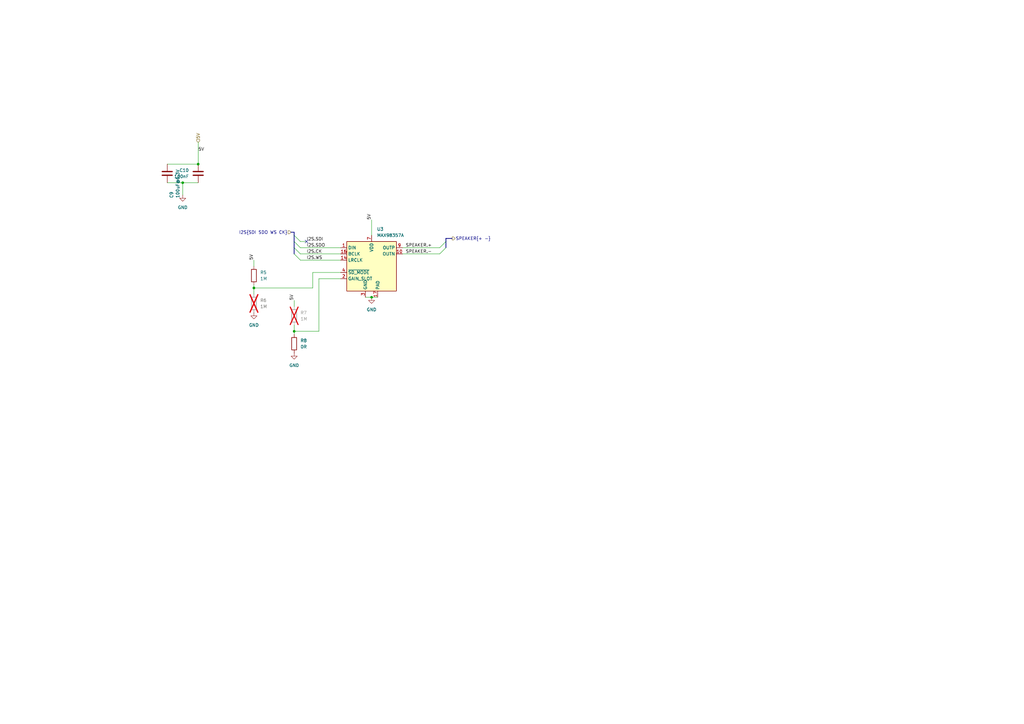
<source format=kicad_sch>
(kicad_sch (version 20250114) (generator "eeschema") (generator_version "9.0")
  (paper "A3")
  (title_block (title "OpenMower SABO Mainboard for Series I & II") (date "2025-02-26") (rev "v0.1") (company "Apeheanger <joerg@ebeling.ws> for OpenMower") (comment 1 "This design is licensed under CC BY-NC 4.0"))
  (lib_symbols
    (symbol "Audio:MAX98357A"
      (property "Reference" "U" (at -8.89 11.43 0))
      (property "Value" "MAX98357A" (at 10.16 11.43 0))
      (symbol "MAX98357A_1_1"
        (rectangle (start -10.16 10.16) (end 10.16 -10.16) (stroke (width 0.254)) (fill (type background)))
        (pin input line (at -12.7 7.62 0) (length 2.54) (name "DIN") (number "1"))
        (pin input line (at -12.7 5.08 0) (length 2.54) (name "BCLK") (number "16"))
        (pin input line (at -12.7 2.54 0) (length 2.54) (name "LRCLK") (number "14"))
        (pin input line (at -12.7 -2.54 0) (length 2.54) (name "~{SD_MODE}") (number "4"))
        (pin passive line (at -12.7 -5.08 0) (length 2.54) (name "GAIN_SLOT") (number "2"))
        (pin passive line (at -2.54 -12.7 90) (length 2.54) (hide yes) (name "GND") (number "11"))
        (pin passive line (at -2.54 -12.7 90) (length 2.54) (hide yes) (name "GND") (number "15"))
        (pin power_in line (at -2.54 -12.7 90) (length 2.54) (name "GND") (number "3"))
        (pin power_in line (at 0 12.7 270) (length 2.54) (name "VDD") (number "7"))
        (pin passive line (at 0 12.7 270) (length 2.54) (hide yes) (name "VDD") (number "8"))
        (pin unspecified line (at 2.54 -12.7 90) (length 2.54) (name "PAD") (number "17"))
        (pin no_connect line (at 10.16 2.54 180) (length 2.54) (hide yes) (name "NC") (number "5"))
        (pin no_connect line (at 10.16 0 180) (length 2.54) (hide yes) (name "NC") (number "6"))
        (pin no_connect line (at 10.16 -5.08 180) (length 2.54) (hide yes) (name "NC") (number "12"))
        (pin no_connect line (at 10.16 -7.62 180) (length 2.54) (hide yes) (name "NC") (number "13"))
        (pin output line (at 12.7 7.62 180) (length 2.54) (name "OUTP") (number "9"))
        (pin output line (at 12.7 5.08 180) (length 2.54) (name "OUTN") (number "10"))
      )
    )
    (symbol "Device:C" (pin_numbers (hide yes)) (pin_names (offset 0.254))
      (property "Reference" "C" (at 0.635 2.54 0))
      (property "Value" "C" (at 0.635 -2.54 0))
      (symbol "C_0_1"
        (polyline (pts (xy -2.032 0.762) (xy 2.032 0.762)) (stroke (width 0.508)))
        (polyline (pts (xy -2.032 -0.762) (xy 2.032 -0.762)) (stroke (width 0.508)))
      )
      (symbol "C_1_1"
        (pin passive line (at 0 3.81 270) (length 2.794) (name "~") (number "1"))
        (pin passive line (at 0 -3.81 90) (length 2.794) (name "~") (number "2"))
      )
    )
    (symbol "Device:R" (pin_numbers (hide yes)) (pin_names (offset 0))
      (property "Reference" "R" (at 2.032 0 90))
      (property "Value" "R" (at 0 0 90))
      (symbol "R_0_1"
        (rectangle (start -1.016 -2.54) (end 1.016 2.54) (stroke (width 0.254)))
      )
      (symbol "R_1_1"
        (pin passive line (at 0 3.81 270) (length 1.27) (name "~") (number "1"))
        (pin passive line (at 0 -3.81 90) (length 1.27) (name "~") (number "2"))
      )
    )
    (symbol "power:GND" (power) (pin_numbers (hide yes)) (pin_names (offset 0) (hide yes))
      (property "Value" "GND" (at 0 -3.81 0))
      (symbol "GND_0_1"
        (polyline (pts (xy 0 0) (xy 0 -1.27) (xy 1.27 -1.27) (xy 0 -2.54) (xy -1.27 -1.27) (xy 0 -1.27)))
      )
      (symbol "GND_1_1"
        (pin power_in line (at 0 0 270) (length 0) (name "~") (number "1"))
      )
    )
  )
  (junction (at 74.93 74.93))
  (junction (at 104.14 118.11))
  (junction (at 81.28 67.31))
  (junction (at 120.65 135.89))
  (junction (at 152.4 121.92))
  (no_connect (at 125.73 99.06))
  (bus_entry (at 180.34 104.14) (size 2.54 -2.54))
  (bus_entry (at 120.65 96.52) (size 2.54 2.54))
  (bus_entry (at 120.65 101.6) (size 2.54 2.54))
  (bus_entry (at 120.65 104.14) (size 2.54 2.54))
  (bus_entry (at 120.65 99.06) (size 2.54 2.54))
  (bus_entry (at 180.34 101.6) (size 2.54 -2.54))
  (wire (pts (xy 104.14 118.11) (xy 128.27 118.11)))
  (wire (pts (xy 81.28 58.42) (xy 81.28 67.31)))
  (wire (pts (xy 68.58 74.93) (xy 74.93 74.93)))
  (wire (pts (xy 120.65 123.19) (xy 120.65 125.73)))
  (wire (pts (xy 123.19 104.14) (xy 139.7 104.14)))
  (wire (pts (xy 152.4 90.17) (xy 152.4 96.52)))
  (wire (pts (xy 128.27 118.11) (xy 128.27 111.76)))
  (wire (pts (xy 74.93 74.93) (xy 74.93 80.01)))
  (wire (pts (xy 81.28 74.93) (xy 74.93 74.93)))
  (wire (pts (xy 130.81 135.89) (xy 120.65 135.89)))
  (bus (pts (xy 119.38 95.25) (xy 120.65 95.25)))
  (wire (pts (xy 104.14 116.84) (xy 104.14 118.11)))
  (wire (pts (xy 128.27 111.76) (xy 139.7 111.76)))
  (bus (pts (xy 182.88 97.79) (xy 182.88 99.06)))
  (wire (pts (xy 123.19 101.6) (xy 139.7 101.6)))
  (bus (pts (xy 120.65 99.06) (xy 120.65 101.6)))
  (wire (pts (xy 152.4 121.92) (xy 154.94 121.92)))
  (wire (pts (xy 165.1 104.14) (xy 180.34 104.14)))
  (bus (pts (xy 182.88 99.06) (xy 182.88 101.6)))
  (wire (pts (xy 104.14 118.11) (xy 104.14 120.65)))
  (bus (pts (xy 185.42 97.79) (xy 182.88 97.79)))
  (bus (pts (xy 120.65 95.25) (xy 120.65 96.52)))
  (wire (pts (xy 68.58 67.31) (xy 81.28 67.31)))
  (wire (pts (xy 130.81 114.3) (xy 130.81 135.89)))
  (bus (pts (xy 120.65 96.52) (xy 120.65 99.06)))
  (wire (pts (xy 123.19 106.68) (xy 139.7 106.68)))
  (wire (pts (xy 120.65 135.89) (xy 120.65 137.16)))
  (wire (pts (xy 123.19 99.06) (xy 125.73 99.06)))
  (wire (pts (xy 149.86 121.92) (xy 152.4 121.92)))
  (wire (pts (xy 165.1 101.6) (xy 180.34 101.6)))
  (wire (pts (xy 139.7 114.3) (xy 130.81 114.3)))
  (bus (pts (xy 120.65 101.6) (xy 120.65 104.14)))
  (wire (pts (xy 104.14 106.68) (xy 104.14 109.22)))
  (wire (pts (xy 120.65 133.35) (xy 120.65 135.89)))
  (label "SPEAKER.+" (at 166.37 101.6 0))
  (label "5V" (at 104.14 106.68 90))
  (label "SPEAKER.-" (at 166.37 104.14 0))
  (label "I2S.CK" (at 125.73 104.14 0))
  (label "5V" (at 120.65 123.19 90))
  (label "I2S.SDI" (at 125.73 99.06 0))
  (label "5V" (at 152.4 90.17 90))
  (label "I2S.WS" (at 125.73 106.68 0))
  (label "5V" (at 81.28 62.23 0))
  (label "I2S.SDO" (at 125.73 101.6 0))
  (hierarchical_label "I2S{SDI SDO WS CK}" (shape input) (at 119.38 95.25 180))
  (hierarchical_label "5V" (shape input) (at 81.28 58.42 90))
  (hierarchical_label "SPEAKER{+ -}" (shape output) (at 185.42 97.79 0))
  (symbol (lib_id "power:GND") (at 74.93 80.01 0) (unit 1)
    (property "Reference" "#PWR021" (effects (hide yes)))
    (property "Value" "GND" (at 74.93 85.09 0))
    (property "Description" "Power symbol creates a global label with name \"GND\" , ground" (effects (hide yes)))
  )
  (symbol (lib_id "Audio:MAX98357A") (at 152.4 109.22 0) (unit 1)
    (property "Reference" "U3" (at 154.5941 93.98 0) (effects (justify left)))
    (property "Value" "MAX98357A" (at 154.5941 96.52 0) (effects (justify left)))
    (property "Footprint" "Package_DFN_QFN:TQFN-16-1EP_3x3mm_P0.5mm_EP1.23x1.23mm" (effects (hide yes)))
    (property "Datasheet" "https://www.analog.com/media/en/technical-documentation/data-sheets/MAX98357A-MAX98357B.pdf" (effects (hide yes)))
    (property "Description" "Mono DAC with amplifier, I2S, PCM, TDM, 32-bit, 96khz, 3.2W, TQFP-16" (effects (hide yes)))
    (property "JLC" "C910544" (effects (hide yes)))
    (property "FT Rotation Offset" "-90" (effects (hide yes)))
  )
  (symbol (lib_id "Device:R") (at 104.14 113.03 0) (unit 1)
    (property "Reference" "R5" (at 106.68 111.7599 0) (effects (justify left)))
    (property "Value" "1M" (at 106.68 114.2999 0) (effects (justify left)))
    (property "Footprint" "Resistor_SMD:R_0805_2012Metric" (effects (hide yes)))
    (property "Description" "Resistor" (effects (hide yes)))
    (property "JLC" "C17514" (effects (hide yes)))
  )
  (symbol (lib_id "Device:C") (at 68.58 71.12 0) (unit 1)
    (property "Reference" "C9" (at 70.358 81.28 90) (effects (justify left)))
    (property "Value" "100uF@6.3V" (at 72.898 81.28 90) (effects (justify left)))
    (property "Footprint" "Capacitor_SMD:C_1206_3216Metric" (effects (hide yes)))
    (property "Description" "Unpolarized capacitor" (effects (hide yes)))
    (property "JLC" "C15008" (effects (hide yes)))
  )
  (symbol (lib_id "power:GND") (at 152.4 121.92 0) (unit 1)
    (property "Reference" "#PWR020" (effects (hide yes)))
    (property "Value" "GND" (at 152.4 127 0))
    (property "Description" "Power symbol creates a global label with name \"GND\" , ground" (effects (hide yes)))
  )
  (symbol (lib_id "Device:R") (at 104.14 124.46 0) (unit 1) (dnp yes)
    (property "Reference" "R6" (at 106.68 123.1899 0) (effects (justify left)))
    (property "Value" "1M" (at 106.68 125.7299 0) (effects (justify left)))
    (property "Footprint" "Resistor_SMD:R_0805_2012Metric" (effects (hide yes)))
    (property "Description" "Resistor" (effects (hide yes)))
    (property "JLC" "C17514" (effects (hide yes)))
  )
  (symbol (lib_id "power:GND") (at 104.14 128.27 0) (unit 1)
    (property "Reference" "#PWR022" (effects (hide yes)))
    (property "Value" "GND" (at 104.14 133.35 0))
    (property "Description" "Power symbol creates a global label with name \"GND\" , ground" (effects (hide yes)))
  )
  (symbol (lib_id "Device:R") (at 120.65 129.54 0) (unit 1) (dnp yes)
    (property "Reference" "R7" (at 123.19 128.2699 0) (effects (justify left)))
    (property "Value" "1M" (at 123.19 130.8099 0) (effects (justify left)))
    (property "Footprint" "Resistor_SMD:R_0805_2012Metric" (effects (hide yes)))
    (property "Description" "Resistor" (effects (hide yes)))
    (property "JLC" "C17514" (effects (hide yes)))
  )
  (symbol (lib_id "power:GND") (at 120.65 144.78 0) (unit 1)
    (property "Reference" "#PWR023" (effects (hide yes)))
    (property "Value" "GND" (at 120.65 149.86 0))
    (property "Description" "Power symbol creates a global label with name \"GND\" , ground" (effects (hide yes)))
  )
  (symbol (lib_id "Device:R") (at 120.65 140.97 0) (unit 1)
    (property "Reference" "R8" (at 123.19 139.6999 0) (effects (justify left)))
    (property "Value" "0R" (at 123.19 142.2399 0) (effects (justify left)))
    (property "Footprint" "Resistor_SMD:R_0805_2012Metric" (effects (hide yes)))
    (property "Description" "Resistor" (effects (hide yes)))
    (property "JLC" "C17477" (effects (hide yes)))
  )
  (symbol (lib_id "Device:C") (at 81.28 71.12 0) (mirror x) (unit 1)
    (property "Reference" "C10" (at 77.47 69.8499 0) (effects (justify right)))
    (property "Value" "100nF" (at 77.47 72.3899 0) (effects (justify right)))
    (property "Footprint" "Capacitor_SMD:C_0402_1005Metric" (effects (hide yes)))
    (property "Description" "Unpolarized capacitor" (effects (hide yes)))
    (property "JLC" "C307331" (effects (hide yes)))
  )
)
</source>
